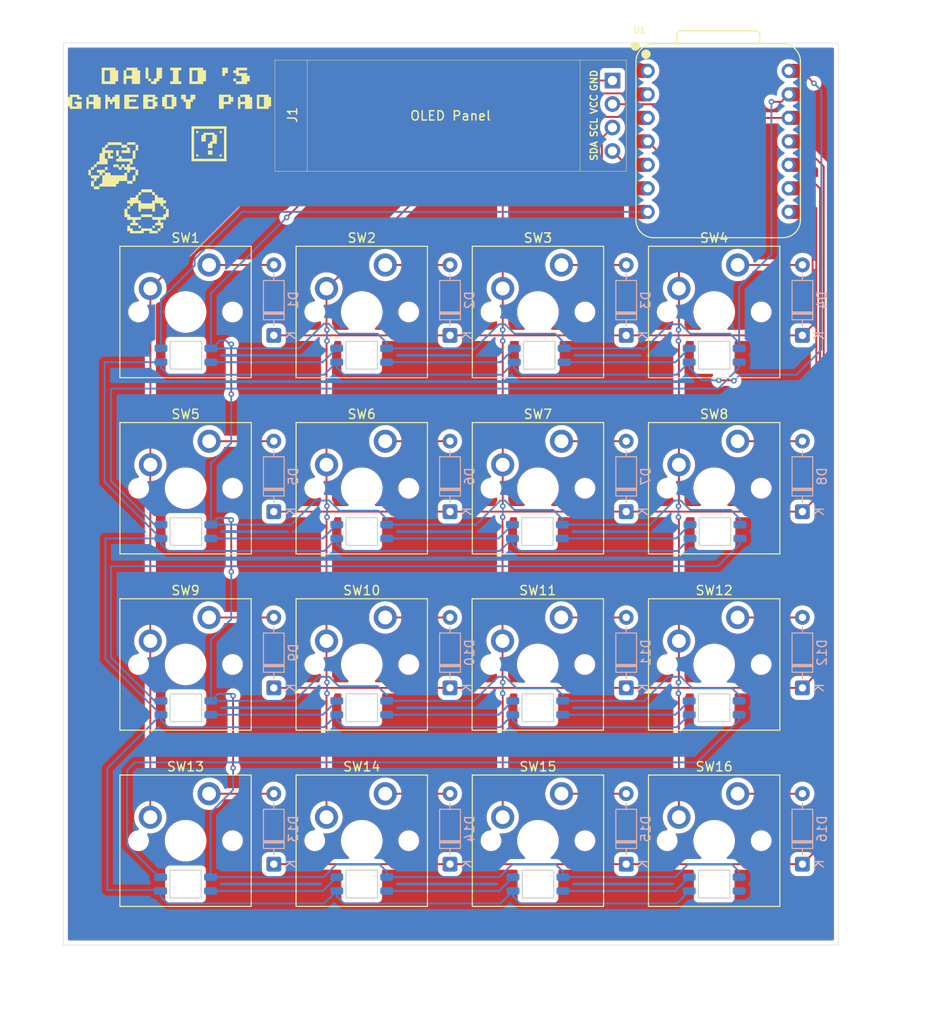
<source format=kicad_pcb>
(kicad_pcb (version 20241229) (generator "pcbnew") (generator_version "9.0")
  (layers (0 "F.Cu" signal) (2 "B.Cu" signal) (13 "F.Paste" user) (15 "B.Paste" user) (5 "F.SilkS" user "F.Silkscreen") (7 "B.SilkS" user "B.Silkscreen") (1 "F.Mask" user) (3 "B.Mask" user) (25 "Edge.Cuts" user))
  (net 0 "")
  (net 1 "Net-(D1-A)")
  (net 2 "ROW0")
  (net 3 "Net-(D2-A)")
  (net 4 "Net-(D3-A)")
  (net 5 "Net-(D4-A)")
  (net 6 "ROW1")
  (net 7 "Net-(D5-A)")
  (net 8 "Net-(D6-A)")
  (net 9 "Net-(D7-A)")
  (net 10 "Net-(D8-A)")
  (net 11 "Net-(D9-A)")
  (net 12 "ROW2")
  (net 13 "Net-(D10-A)")
  (net 14 "Net-(D11-A)")
  (net 15 "Net-(D12-A)")
  (net 16 "ROW3")
  (net 17 "Net-(D13-A)")
  (net 18 "Net-(D14-A)")
  (net 19 "Net-(D15-A)")
  (net 20 "Net-(D16-A)")
  (net 21 "Net-(J1-SCL)")
  (net 22 "GND")
  (net 23 "Net-(J1-SDA)")
  (net 24 "+3.3V")
  (net 25 "LED")
  (net 26 "Net-(LED1-DOUT)")
  (net 27 "+5V")
  (net 28 "Net-(LED2-DOUT)")
  (net 29 "Net-(LED3-DOUT)")
  (net 30 "Net-(LED4-DOUT)")
  (net 31 "Net-(LED5-DOUT)")
  (net 32 "Net-(LED6-DOUT)")
  (net 33 "Net-(LED7-DOUT)")
  (net 34 "Net-(LED8-DOUT)")
  (net 35 "Net-(LED10-DIN)")
  (net 36 "Net-(LED10-DOUT)")
  (net 37 "Net-(LED11-DOUT)")
  (net 38 "Net-(LED12-DOUT)")
  (net 39 "Net-(LED13-DOUT)")
  (net 40 "Net-(LED14-DOUT)")
  (net 41 "Net-(LED15-DOUT)")
  (net 43 "COL0")
  (net 44 "COL1")
  (net 45 "COL2")
  (net 46 "COL3")
  (footprint "Switch_Keyboard_Cherry_MX:SW_Cherry_MX_PCB_1.00u" (layer "F.Cu") (at 166.61 53.32)
    (property "Reference" "SW4")
    (property "Value" "SW_Push")
  )
  (footprint "Switch_Keyboard_Cherry_MX:SW_Cherry_MX_PCB_1.00u" (layer "F.Cu") (at 128.51 53.32)
    (property "Reference" "SW2")
    (property "Value" "SW_Push")
  )
  (footprint "LOGO" (layer "F.Cu") (at 107.7 30.6)
    (property "Reference" "G***" (hide yes))
    (property "Value" "LOGO" (hide yes))
  )
  (footprint "Switch_Keyboard_Cherry_MX:SW_Cherry_MX_PCB_1.00u" (layer "F.Cu") (at 128.51 91.42)
    (property "Reference" "SW10")
    (property "Value" "SW_Push")
  )
  (footprint "Switch_Keyboard_Cherry_MX:SW_Cherry_MX_PCB_1.00u" (layer "F.Cu") (at 109.46 110.47)
    (property "Reference" "SW13")
    (property "Value" "SW_Push")
  )
  (footprint "Seeed Studio XIAO Series Library:XIAO-RP2040-DIP" (layer "F.Cu") (at 167.045 34.88)
    (property "Reference" "U1")
    (property "Value" "XIAO-RP2040-DIP")
  )
  (footprint "Switch_Keyboard_Cherry_MX:SW_Cherry_MX_PCB_1.00u" (layer "F.Cu") (at 166.61 110.47)
    (property "Reference" "SW16")
    (property "Value" "SW_Push")
  )
  (footprint "Switch_Keyboard_Cherry_MX:SW_Cherry_MX_PCB_1.00u" (layer "F.Cu") (at 128.51 72.37)
    (property "Reference" "SW6")
    (property "Value" "SW_Push")
  )
  (footprint "Switch_Keyboard_Cherry_MX:SW_Cherry_MX_PCB_1.00u" (layer "F.Cu") (at 147.56 53.32)
    (property "Reference" "SW3")
    (property "Value" "SW_Push")
  )
  (footprint "Switch_Keyboard_Cherry_MX:SW_Cherry_MX_PCB_1.00u" (layer "F.Cu") (at 128.51 110.47)
    (property "Reference" "SW14")
    (property "Value" "SW_Push")
  )
  (footprint "Switch_Keyboard_Cherry_MX:SW_Cherry_MX_PCB_1.00u" (layer "F.Cu") (at 109.46 53.32)
    (property "Reference" "SW1")
    (property "Value" "SW_Push")
  )
  (footprint "Switch_Keyboard_Cherry_MX:SW_Cherry_MX_PCB_1.00u" (layer "F.Cu") (at 147.56 110.47)
    (property "Reference" "SW15")
    (property "Value" "SW_Push")
  )
  (footprint "Switch_Keyboard_Cherry_MX:SW_Cherry_MX_PCB_1.00u" (layer "F.Cu") (at 109.46 91.42)
    (property "Reference" "SW9")
    (property "Value" "SW_Push")
  )
  (footprint "Switch_Keyboard_Cherry_MX:SW_Cherry_MX_PCB_1.00u" (layer "F.Cu") (at 109.47 72.37)
    (property "Reference" "SW5")
    (property "Value" "SW_Push")
  )
  (footprint "LOGO" (layer "F.Cu") (at 103.462301 39.900001)
    (property "Reference" "G***" (hide yes))
    (property "Value" "LOGO" (hide yes))
  )
  (footprint "LOGO" (layer "F.Cu") (at 112 35.4)
    (property "Reference" "G***" (hide yes))
    (property "Value" "LOGO" (hide yes))
  )
  (footprint "Switch_Keyboard_Cherry_MX:SW_Cherry_MX_PCB_1.00u" (layer "F.Cu") (at 166.61 91.42)
    (property "Reference" "SW12")
    (property "Value" "SW_Push")
  )
  (footprint "KiCad-SSD1306-0.91-OLED-4pin-128x32.pretty-master:SSD1306-0.91-OLED-4pin-128x32" (layer "F.Cu") (at 119.115 26.115)
    (property "Reference" "J1")
    (property "Value" "OLED_128x32")
  )
  (footprint "Switch_Keyboard_Cherry_MX:SW_Cherry_MX_PCB_1.00u" (layer "F.Cu") (at 147.54 91.42)
    (property "Reference" "SW11")
    (property "Value" "SW_Push")
  )
  (footprint "Switch_Keyboard_Cherry_MX:SW_Cherry_MX_PCB_1.00u" (layer "F.Cu") (at 166.61 72.37)
    (property "Reference" "SW8")
    (property "Value" "SW_Push")
  )
  (footprint "Switch_Keyboard_Cherry_MX:SW_Cherry_MX_PCB_1.00u" (layer "F.Cu") (at 147.56 72.37)
    (property "Reference" "SW7")
    (property "Value" "SW_Push")
  )
  (footprint "LOGO" (layer "F.Cu") (at 108.4 27.8)
    (property "Reference" "G***" (hide yes))
    (property "Value" "LOGO" (hide yes))
  )
  (footprint "ScottoKeebs_Components:LED_SK6812MINI" (layer "B.Cu") (at 166.61 96.1)
    (property "Reference" "LED12" (hide yes))
    (property "Value" "SK6812MINI" (hide yes))
    (fp_line (start -1.7 -1.5) (end 1.7 -1.5) (stroke (width 0.12)) (layer "Edge.Cuts"))
    (fp_line (start -1.7 1.5) (end -1.7 -1.5) (stroke (width 0.12)) (layer "Edge.Cuts"))
    (fp_line (start 1.7 -1.5) (end 1.7 1.5) (stroke (width 0.12)) (layer "Edge.Cuts"))
    (fp_line (start 1.7 1.5) (end -1.7 1.5) (stroke (width 0.12)) (layer "Edge.Cuts"))
  )
  (footprint "Diode_THT:D_DO-35_SOD27_P7.62mm_Horizontal" (layer "B.Cu") (at 157.1 113 90)
    (property "Reference" "D15")
    (property "Value" "1N4148")
  )
  (footprint "ScottoKeebs_Components:LED_SK6812MINI" (layer "B.Cu") (at 147.5 77.05)
    (property "Reference" "LED7" (hide yes))
    (property "Value" "SK6812MINI" (hide yes))
    (fp_line (start -1.7 -1.5) (end 1.7 -1.5) (stroke (width 0.12)) (layer "Edge.Cuts"))
    (fp_line (start -1.7 1.5) (end -1.7 -1.5) (stroke (width 0.12)) (layer "Edge.Cuts"))
    (fp_line (start 1.7 -1.5) (end 1.7 1.5) (stroke (width 0.12)) (layer "Edge.Cuts"))
    (fp_line (start 1.7 1.5) (end -1.7 1.5) (stroke (width 0.12)) (layer "Edge.Cuts"))
  )
  (footprint "Diode_THT:D_DO-35_SOD27_P7.62mm_Horizontal" (layer "B.Cu") (at 176.15 55.85 90)
    (property "Reference" "D4")
    (property "Value" "1N4148")
  )
  (footprint "Diode_THT:D_DO-35_SOD27_P7.62mm_Horizontal" (layer "B.Cu") (at 176.15 113 90)
    (property "Reference" "D16")
    (property "Value" "1N4148")
  )
  (footprint "ScottoKeebs_Components:LED_SK6812MINI" (layer "B.Cu") (at 109.5 58)
    (property "Reference" "LED1" (hide yes))
    (property "Value" "SK6812MINI" (hide yes))
    (fp_line (start -1.7 -1.5) (end 1.7 -1.5) (stroke (width 0.12)) (layer "Edge.Cuts"))
    (fp_line (start -1.7 1.5) (end -1.7 -1.5) (stroke (width 0.12)) (layer "Edge.Cuts"))
    (fp_line (start 1.7 -1.5) (end 1.7 1.5) (stroke (width 0.12)) (layer "Edge.Cuts"))
    (fp_line (start 1.7 1.5) (end -1.7 1.5) (stroke (width 0.12)) (layer "Edge.Cuts"))
  )
  (footprint "Diode_THT:D_DO-35_SOD27_P7.62mm_Horizontal" (layer "B.Cu") (at 138.05 74.9 90)
    (property "Reference" "D6")
    (property "Value" "1N4148")
  )
  (footprint "ScottoKeebs_Components:LED_SK6812MINI" (layer "B.Cu") (at 166.61 58)
    (property "Reference" "LED4" (hide yes))
    (property "Value" "SK6812MINI" (hide yes))
    (fp_line (start -1.7 -1.5) (end 1.7 -1.5) (stroke (width 0.12)) (layer "Edge.Cuts"))
    (fp_line (start -1.7 1.5) (end -1.7 -1.5) (stroke (width 0.12)) (layer "Edge.Cuts"))
    (fp_line (start 1.7 -1.5) (end 1.7 1.5) (stroke (width 0.12)) (layer "Edge.Cuts"))
    (fp_line (start 1.7 1.5) (end -1.7 1.5) (stroke (width 0.12)) (layer "Edge.Cuts"))
  )
  (footprint "ScottoKeebs_Components:LED_SK6812MINI" (layer "B.Cu") (at 128.51 77.05)
    (property "Reference" "LED6" (hide yes))
    (property "Value" "SK6812MINI" (hide yes))
    (fp_line (start -1.7 -1.5) (end 1.7 -1.5) (stroke (width 0.12)) (layer "Edge.Cuts"))
    (fp_line (start -1.7 1.5) (end -1.7 -1.5) (stroke (width 0.12)) (layer "Edge.Cuts"))
    (fp_line (start 1.7 -1.5) (end 1.7 1.5) (stroke (width 0.12)) (layer "Edge.Cuts"))
    (fp_line (start 1.7 1.5) (end -1.7 1.5) (stroke (width 0.12)) (layer "Edge.Cuts"))
  )
  (footprint "ScottoKeebs_Components:LED_SK6812MINI" (layer "B.Cu") (at 128.51 115.15)
    (property "Reference" "LED14" (hide yes))
    (property "Value" "SK6812MINI" (hide yes))
    (fp_line (start -1.7 -1.5) (end 1.7 -1.5) (stroke (width 0.12)) (layer "Edge.Cuts"))
    (fp_line (start -1.7 1.5) (end -1.7 -1.5) (stroke (width 0.12)) (layer "Edge.Cuts"))
    (fp_line (start 1.7 -1.5) (end 1.7 1.5) (stroke (width 0.12)) (layer "Edge.Cuts"))
    (fp_line (start 1.7 1.5) (end -1.7 1.5) (stroke (width 0.12)) (layer "Edge.Cuts"))
  )
  (footprint "Diode_THT:D_DO-35_SOD27_P7.62mm_Horizontal" (layer "B.Cu") (at 119 55.85 90)
    (property "Reference" "D1")
    (property "Value" "1N4148")
  )
  (footprint "Diode_THT:D_DO-35_SOD27_P7.62mm_Horizontal" (layer "B.Cu") (at 138.05 113 90)
    (property "Reference" "D14")
    (property "Value" "1N4148")
  )
  (footprint "ScottoKeebs_Components:LED_SK6812MINI" (layer "B.Cu") (at 109.5 77.05)
    (property "Reference" "LED5" (hide yes))
    (property "Value" "SK6812MINI" (hide yes))
    (fp_line (start -1.7 -1.5) (end 1.7 -1.5) (stroke (width 0.12)) (layer "Edge.Cuts"))
    (fp_line (start -1.7 1.5) (end -1.7 -1.5) (stroke (width 0.12)) (layer "Edge.Cuts"))
    (fp_line (start 1.7 -1.5) (end 1.7 1.5) (stroke (width 0.12)) (layer "Edge.Cuts"))
    (fp_line (start 1.7 1.5) (end -1.7 1.5) (stroke (width 0.12)) (layer "Edge.Cuts"))
  )
  (footprint "ScottoKeebs_Components:LED_SK6812MINI" (layer "B.Cu") (at 147.56 115.15)
    (property "Reference" "LED15" (hide yes))
    (property "Value" "SK6812MINI" (hide yes))
    (fp_line (start -1.7 -1.5) (end 1.7 -1.5) (stroke (width 0.12)) (layer "Edge.Cuts"))
    (fp_line (start -1.7 1.5) (end -1.7 -1.5) (stroke (width 0.12)) (layer "Edge.Cuts"))
    (fp_line (start 1.7 -1.5) (end 1.7 1.5) (stroke (width 0.12)) (layer "Edge.Cuts"))
    (fp_line (start 1.7 1.5) (end -1.7 1.5) (stroke (width 0.12)) (layer "Edge.Cuts"))
  )
  (footprint "Diode_THT:D_DO-35_SOD27_P7.62mm_Horizontal" (layer "B.Cu") (at 119 93.95 90)
    (property "Reference" "D9")
    (property "Value" "1N4148")
  )
  (footprint "ScottoKeebs_Components:LED_SK6812MINI" (layer "B.Cu") (at 147.54 96.1)
    (property "Reference" "LED11" (hide yes))
    (property "Value" "SK6812MINI" (hide yes))
    (fp_line (start -1.7 -1.5) (end 1.7 -1.5) (stroke (width 0.12)) (layer "Edge.Cuts"))
    (fp_line (start -1.7 1.5) (end -1.7 -1.5) (stroke (width 0.12)) (layer "Edge.Cuts"))
    (fp_line (start 1.7 -1.5) (end 1.7 1.5) (stroke (width 0.12)) (layer "Edge.Cuts"))
    (fp_line (start 1.7 1.5) (end -1.7 1.5) (stroke (width 0.12)) (layer "Edge.Cuts"))
  )
  (footprint "ScottoKeebs_Components:LED_SK6812MINI" (layer "B.Cu") (at 147.7 58)
    (property "Reference" "LED3" (hide yes))
    (property "Value" "SK6812MINI" (hide yes))
    (fp_line (start -1.7 -1.5) (end 1.7 -1.5) (stroke (width 0.12)) (layer "Edge.Cuts"))
    (fp_line (start -1.7 1.5) (end -1.7 -1.5) (stroke (width 0.12)) (layer "Edge.Cuts"))
    (fp_line (start 1.7 -1.5) (end 1.7 1.5) (stroke (width 0.12)) (layer "Edge.Cuts"))
    (fp_line (start 1.7 1.5) (end -1.7 1.5) (stroke (width 0.12)) (layer "Edge.Cuts"))
  )
  (footprint "Diode_THT:D_DO-35_SOD27_P7.62mm_Horizontal" (layer "B.Cu") (at 138.05 93.95 90)
    (property "Reference" "D10")
    (property "Value" "1N4148")
  )
  (footprint "ScottoKeebs_Components:LED_SK6812MINI" (layer "B.Cu") (at 109.5 96.1)
    (property "Reference" "LED9" (hide yes))
    (property "Value" "SK6812MINI" (hide yes))
    (fp_line (start -1.7 -1.5) (end 1.7 -1.5) (stroke (width 0.12)) (layer "Edge.Cuts"))
    (fp_line (start -1.7 1.5) (end -1.7 -1.5) (stroke (width 0.12)) (layer "Edge.Cuts"))
    (fp_line (start 1.7 -1.5) (end 1.7 1.5) (stroke (width 0.12)) (layer "Edge.Cuts"))
    (fp_line (start 1.7 1.5) (end -1.7 1.5) (stroke (width 0.12)) (layer "Edge.Cuts"))
  )
  (footprint "ScottoKeebs_Components:LED_SK6812MINI" (layer "B.Cu") (at 128.51 96.1)
    (property "Reference" "LED10" (hide yes))
    (property "Value" "SK6812MINI" (hide yes))
    (fp_line (start -1.7 -1.5) (end 1.7 -1.5) (stroke (width 0.12)) (layer "Edge.Cuts"))
    (fp_line (start -1.7 1.5) (end -1.7 -1.5) (stroke (width 0.12)) (layer "Edge.Cuts"))
    (fp_line (start 1.7 -1.5) (end 1.7 1.5) (stroke (width 0.12)) (layer "Edge.Cuts"))
    (fp_line (start 1.7 1.5) (end -1.7 1.5) (stroke (width 0.12)) (layer "Edge.Cuts"))
  )
  (footprint "Diode_THT:D_DO-35_SOD27_P7.62mm_Horizontal" (layer "B.Cu") (at 157.1 93.95 90)
    (property "Reference" "D11")
    (property "Value" "1N4148")
  )
  (footprint "Diode_THT:D_DO-35_SOD27_P7.62mm_Horizontal" (layer "B.Cu") (at 176.15 93.95 90)
    (property "Reference" "D12")
    (property "Value" "1N4148")
  )
  (footprint "ScottoKeebs_Components:LED_SK6812MINI" (layer "B.Cu") (at 128.5 58)
    (property "Reference" "LED2" (hide yes))
    (property "Value" "SK6812MINI" (hide yes))
    (fp_line (start -1.7 -1.5) (end 1.7 -1.5) (stroke (width 0.12)) (layer "Edge.Cuts"))
    (fp_line (start -1.7 1.5) (end -1.7 -1.5) (stroke (width 0.12)) (layer "Edge.Cuts"))
    (fp_line (start 1.7 -1.5) (end 1.7 1.5) (stroke (width 0.12)) (layer "Edge.Cuts"))
    (fp_line (start 1.7 1.5) (end -1.7 1.5) (stroke (width 0.12)) (layer "Edge.Cuts"))
  )
  (footprint "Diode_THT:D_DO-35_SOD27_P7.62mm_Horizontal" (layer "B.Cu") (at 176.15 74.9 90)
    (property "Reference" "D8")
    (property "Value" "1N4148")
  )
  (footprint "Diode_THT:D_DO-35_SOD27_P7.62mm_Horizontal" (layer "B.Cu") (at 138.05 55.85 90)
    (property "Reference" "D2")
    (property "Value" "1N4148")
  )
  (footprint "ScottoKeebs_Components:LED_SK6812MINI" (layer "B.Cu") (at 109.46 115.15)
    (property "Reference" "LED13" (hide yes))
    (property "Value" "SK6812MINI" (hide yes))
    (fp_line (start -1.7 -1.5) (end 1.7 -1.5) (stroke (width 0.12)) (layer "Edge.Cuts"))
    (fp_line (start -1.7 1.5) (end -1.7 -1.5) (stroke (width 0.12)) (layer "Edge.Cuts"))
    (fp_line (start 1.7 -1.5) (end 1.7 1.5) (stroke (width 0.12)) (layer "Edge.Cuts"))
    (fp_line (start 1.7 1.5) (end -1.7 1.5) (stroke (width 0.12)) (layer "Edge.Cuts"))
  )
  (footprint "ScottoKeebs_Components:LED_SK6812MINI" (layer "B.Cu") (at 166.7 77.05)
    (property "Reference" "LED8" (hide yes))
    (property "Value" "SK6812MINI" (hide yes))
    (fp_line (start -1.7 -1.5) (end 1.7 -1.5) (stroke (width 0.12)) (layer "Edge.Cuts"))
    (fp_line (start -1.7 1.5) (end -1.7 -1.5) (stroke (width 0.12)) (layer "Edge.Cuts"))
    (fp_line (start 1.7 -1.5) (end 1.7 1.5) (stroke (width 0.12)) (layer "Edge.Cuts"))
    (fp_line (start 1.7 1.5) (end -1.7 1.5) (stroke (width 0.12)) (layer "Edge.Cuts"))
  )
  (footprint "Diode_THT:D_DO-35_SOD27_P7.62mm_Horizontal" (layer "B.Cu") (at 119 74.9 90)
    (property "Reference" "D5")
    (property "Value" "1N4148")
  )
  (footprint "Diode_THT:D_DO-35_SOD27_P7.62mm_Horizontal" (layer "B.Cu") (at 119 113 90)
    (property "Reference" "D13")
    (property "Value" "1N4148")
  )
  (footprint "Diode_THT:D_DO-35_SOD27_P7.62mm_Horizontal" (layer "B.Cu") (at 157.1 55.85 90)
    (property "Reference" "D3")
    (property "Value" "1N4148")
  )
  (footprint "Diode_THT:D_DO-35_SOD27_P7.62mm_Horizontal" (layer "B.Cu") (at 157.1 74.9 90)
    (property "Reference" "D7")
    (property "Value" "1N4148")
  )
  (footprint "ScottoKeebs_Components:LED_SK6812MINI" (layer "B.Cu") (at 166.61 115.15)
    (property "Reference" "LED16" (hide yes))
    (property "Value" "SK6812MINI" (hide yes))
    (fp_line (start -1.7 -1.5) (end 1.7 -1.5) (stroke (width 0.12)) (layer "Edge.Cuts"))
    (fp_line (start -1.7 1.5) (end -1.7 -1.5) (stroke (width 0.12)) (layer "Edge.Cuts"))
    (fp_line (start 1.7 -1.5) (end 1.7 1.5) (stroke (width 0.12)) (layer "Edge.Cuts"))
    (fp_line (start 1.7 1.5) (end -1.7 1.5) (stroke (width 0.12)) (layer "Edge.Cuts"))
  )
  (gr_rect (start 96.25 24.25) (end 180.05 121.75) (stroke (width 0.05)) (fill no) (layer "Edge.Cuts"))
  (segment (start 112 48.24) (end 118.99 48.24) (width 0.2) (layer "F.Cu") (net 1))
  (segment (start 118.99 48.24) (end 119 48.23) (width 0.2) (layer "F.Cu") (net 1))
  (segment (start 176.15 55.85) (end 177.251 54.749) (width 0.2) (layer "F.Cu") (net 2))
  (segment (start 138.05 55.85) (end 157.1 55.85) (width 0.2) (layer "F.Cu") (net 2))
  (segment (start 119 55.85) (end 138.05 55.85) (width 0.2) (layer "F.Cu") (net 2))
  (segment (start 157.1 55.85) (end 176.15 55.85) (width 0.2) (layer "F.Cu") (net 2))
  (segment (start 177.251 44.251) (end 175.5 42.5) (width 0.2) (layer "F.Cu") (net 2))
  (segment (start 177.251 54.749) (end 177.251 44.251) (width 0.2) (layer "F.Cu") (net 2))
  (segment (start 138.04 48.24) (end 138.05 48.23) (width 0.2) (layer "F.Cu") (net 3))
  (segment (start 131.05 48.24) (end 138.04 48.24) (width 0.2) (layer "F.Cu") (net 3))
  (segment (start 150.1 48.24) (end 157.09 48.24) (width 0.2) (layer "F.Cu") (net 4))
  (segment (start 157.09 48.24) (end 157.1 48.23) (width 0.2) (layer "F.Cu") (net 4))
  (segment (start 176.14 48.24) (end 176.15 48.23) (width 0.2) (layer "F.Cu") (net 5))
  (segment (start 169.15 48.24) (end 176.14 48.24) (width 0.2) (layer "F.Cu") (net 5))
  (segment (start 119 74.9) (end 138.05 74.9) (width 0.2) (layer "F.Cu") (net 6))
  (segment (start 138.05 74.9) (end 157.1 74.9) (width 0.2) (layer "F.Cu") (net 6))
  (segment (start 177.652 73.398) (end 177.652 42.112) (width 0.2) (layer "F.Cu") (net 6))
  (segment (start 177.652 42.112) (end 175.5 39.96) (width 0.2) (layer "F.Cu") (net 6))
  (segment (start 176.15 74.9) (end 177.652 73.398) (width 0.2) (layer "F.Cu") (net 6))
  (segment (start 157.1 74.9) (end 176.15 74.9) (width 0.2) (layer "F.Cu") (net 6))
  (segment (start 112.01 67.29) (end 118.99 67.29) (width 0.2) (layer "F.Cu") (net 7))
  (segment (start 118.99 67.29) (end 119 67.28) (width 0.2) (layer "F.Cu") (net 7))
  (segment (start 138.04 67.29) (end 138.05 67.28) (width 0.2) (layer "F.Cu") (net 8))
  (segment (start 131.05 67.29) (end 138.04 67.29) (width 0.2) (layer "F.Cu") (net 8))
  (segment (start 157.09 67.29) (end 157.1 67.28) (width 0.2) (layer "F.Cu") (net 9))
  (segment (start 150.1 67.29) (end 157.09 67.29) (width 0.2) (layer "F.Cu") (net 9))
  (segment (start 176.14 67.29) (end 176.15 67.28) (width 0.2) (layer "F.Cu") (net 10))
  (segment (start 169.15 67.29) (end 176.14 67.29) (width 0.2) (layer "F.Cu") (net 10))
  (segment (start 112 86.34) (end 118.99 86.34) (width 0.2) (layer "F.Cu") (net 11))
  (segment (start 118.99 86.34) (end 119 86.33) (width 0.2) (layer "F.Cu") (net 11))
  (segment (start 176.15 93.95) (end 178.053 92.047) (width 0.2) (layer "F.Cu") (net 12))
  (segment (start 157.1 93.95) (end 176.15 93.95) (width 0.2) (layer "F.Cu") (net 12))
  (segment (start 178.053 39.973) (end 175.5 37.42) (width 0.2) (layer "F.Cu") (net 12))
  (segment (start 119 93.95) (end 138.05 93.95) (width 0.2) (layer "F.Cu") (net 12))
  (segment (start 178.053 92.047) (end 178.053 39.973) (width 0.2) (layer "F.Cu") (net 12))
  (segment (start 138.05 93.95) (end 157.1 93.95) (width 0.2) (layer "F.Cu") (net 12))
  (segment (start 131.05 86.34) (end 138.04 86.34) (width 0.2) (layer "F.Cu") (net 13))
  (segment (start 138.04 86.34) (end 138.05 86.33) (width 0.2) (layer "F.Cu") (net 13))
  (segment (start 157.09 86.34) (end 157.1 86.33) (width 0.2) (layer "F.Cu") (net 14))
  (segment (start 150.08 86.34) (end 157.09 86.34) (width 0.2) (layer "F.Cu") (net 14))
  (segment (start 169.15 86.34) (end 176.14 86.34) (width 0.2) (layer "F.Cu") (net 15))
  (segment (start 176.14 86.34) (end 176.15 86.33) (width 0.2) (layer "F.Cu") (net 15))
  (segment (start 178.454 110.696) (end 178.454 37.59137) (width 0.2) (layer "F.Cu") (net 16))
  (segment (start 119 113) (end 138.05 113) (width 0.2) (layer "F.Cu") (net 16))
  (segment (start 138.05 113) (end 157.1 113) (width 0.2) (layer "F.Cu") (net 16))
  (segment (start 178.454 37.59137) (end 175.74263 34.88) (width 0.2) (layer "F.Cu") (net 16))
  (segment (start 157.1 113) (end 176.15 113) (width 0.2) (layer "F.Cu") (net 16))
  (segment (start 175.74263 34.88) (end 174.665 34.88) (width 0.2) (layer "F.Cu") (net 16))
  (segment (start 176.15 113) (end 178.454 110.696) (width 0.2) (layer "F.Cu") (net 16))
  (segment (start 112 105.39) (end 118.99 105.39) (width 0.2) (layer "F.Cu") (net 17))
  (segment (start 118.99 105.39) (end 119 105.38) (width 0.2) (layer "F.Cu") (net 17))
  (segment (start 138.04 105.39) (end 138.05 105.38) (width 0.2) (layer "F.Cu") (net 18))
  (segment (start 131.05 105.39) (end 138.04 105.39) (width 0.2) (layer "F.Cu") (net 18))
  (segment (start 150.1 105.39) (end 157.09 105.39) (width 0.2) (layer "F.Cu") (net 19))
  (segment (start 157.09 105.39) (end 157.1 105.38) (width 0.2) (layer "F.Cu") (net 19))
  (segment (start 169.15 105.39) (end 176.14 105.39) (width 0.2) (layer "F.Cu") (net 20))
  (segment (start 176.14 105.39) (end 176.15 105.38) (width 0.2) (layer "F.Cu") (net 20))
  (segment (start 154.464 34.536) (end 154.464 37.05) (width 0.2) (layer "F.Cu") (net 21))
  (segment (start 157.374 39.96) (end 159.425 39.96) (width 0.2) (layer "F.Cu") (net 21))
  (segment (start 155.615 33.385) (end 154.464 34.536) (width 0.2) (layer "F.Cu") (net 21))
  (segment (start 154.464 37.05) (end 157.374 39.96) (width 0.2) (layer "F.Cu") (net 21))
  (segment (start 120.4 43.1) (end 135.195 28.305) (width 0.2) (layer "F.Cu") (net 22))
  (segment (start 114.4 62.2) (end 114.4 56.8) (width 0.2) (layer "F.Cu") (net 22))
  (segment (start 114.6 102.6) (end 114.6 94.8) (width 0.2) (layer "F.Cu") (net 22))
  (segment (start 172.8 30.6) (end 173.865 30.6) (width 0.2) (layer "F.Cu") (net 22))
  (segment (start 114.4 81.4) (end 114.4 75.8) (width 0.2) (layer "F.Cu") (net 22))
  (segment (start 135.195 28.305) (end 155.615 28.305) (width 0.2) (layer "F.Cu") (net 22))
  (segment (start 173.865 30.6) (end 174.665 29.8) (width 0.2) (layer "F.Cu") (net 22))
  (via (at 114.4 75.8) (size 0.6) (drill 0.3) (layers "F.Cu" "B.Cu") (net 22))
  (via (at 114.4 56.8) (size 0.6) (drill 0.3) (layers "F.Cu" "B.Cu") (net 22))
  (via (at 172.8 30.6) (size 0.6) (drill 0.3) (layers "F.Cu" "B.Cu") (net 22))
  (via (at 114.6 102.6) (size 0.6) (drill 0.3) (layers "F.Cu" "B.Cu") (net 22))
  (via (at 114.4 81.4) (size 0.6) (drill 0.3) (layers "F.Cu" "B.Cu") (net 22))
  (via (at 114.6 94.8) (size 0.6) (drill 0.3) (layers "F.Cu" "B.Cu") (net 22))
  (via (at 114.4 62.2) (size 0.6) (drill 0.3) (layers "F.Cu" "B.Cu") (net 22))
  (via (at 120.4 43.1) (size 0.6) (drill 0.3) (layers "F.Cu" "B.Cu") (net 22))
  (segment (start 130.220942 55.671) (end 126.020943 55.671) (width 0.2) (layer "B.Cu") (net 22))
  (segment (start 123.851 92.749) (end 121.2 95.4) (width 0.2) (layer "B.Cu") (net 22))
  (segment (start 145.020943 74.721) (end 143.998943 73.699) (width 0.2) (layer "B.Cu") (net 22))
  (segment (start 121.75 57.25) (end 112.2 57.25) (width 0.2) (layer "B.Cu") (net 22))
  (segment (start 112.2 95.35) (end 112.2 88.733446) (width 0.2) (layer "B.Cu") (net 22))
  (segment (start 150.26 113.800058) (end 149.508942 113.049) (width 0.2) (layer "B.Cu") (net 22))
  (segment (start 168.558942 93.999) (end 164.248943 93.999) (width 0.2) (layer "B.Cu") (net 22))
  (segment (start 143.998943 54.649) (end 143.351 54.649) (width 0.2) (layer "B.Cu") (net 22))
  (segment (start 150.4 57.25) (end 150.4 56.650058) (width 0.2) (layer "B.Cu") (net 22))
  (segment (start 144.751 113.049) (end 143.4 114.4) (width 0.2) (layer "B.Cu") (net 22))
  (segment (start 159.5 76.3) (end 150.2 76.3) (width 0.2) (layer "B.Cu") (net 22))
  (segment (start 120.8 76.4) (end 120.7 76.3) (width 0.2) (layer "B.Cu") (net 22))
  (segment (start 169.4 75.700058) (end 168.420942 74.721) (width 0.2) (layer "B.Cu") (net 22))
  (segment (start 112.2 88.733446) (end 114.4 86.533446) (width 0.2) (layer "B.Cu") (net 22))
  (segment (start 124.949943 54.6) (end 124.4 54.6) (width 0.2) (layer "B.Cu") (net 22))
  (segment (start 159.6 76.4) (end 159.5 76.3) (width 0.2) (layer "B.Cu") (net 22))
  (segment (start 169.31 114.4) (end 169.31 113.800058) (width 0.2) (layer "B.Cu") (net 22))
  (segment (start 162.4 114.4) (end 150.26 114.4) (width 0.2) (layer "B.Cu") (net 22))
  (segment (start 114.4 56.8) (end 114.2 56.8) (width 0.2) (layer "B.Cu") (net 22))
  (segment (start 163.751 113.049) (end 162.4 114.4) (width 0.2) (layer "B.Cu") (net 22))
  (segment (start 130.230942 93.771) (end 126.020943 93.771) (width 0.2) (layer "B.Cu") (net 22))
  (segment (start 126.099943 74.8) (end 124.998943 73.699) (width 0.2) (layer "B.Cu") (net 22))
  (segment (start 114.2 56.8) (end 113.8 56.4) (width 0.2) (layer "B.Cu") (net 22))
  (segment (start 169.31 57.25) (end 169.31 50.593446) (width 0.2) (layer "B.Cu") (net 22))
  (segment (start 114.4 67.473446) (end 114.4 62.2) (width 0.2) (layer "B.Cu") (net 22))
  (segment (start 114.6 94.8) (end 114.4 94.6) (width 0.2) (layer "B.Cu") (net 22))
  (segment (start 158.85 57.25) (end 150.4 57.25) (width 0.2) (layer "B.Cu") (net 22))
  (segment (start 145.020943 55.671) (end 143.998943 54.649) (width 0.2) (layer "B.Cu") (net 22))
  (segment (start 114.6 104.983446) (end 114.6 102.6) (width 0.2) (layer "B.Cu") (net 22))
  (segment (start 112.9 75.6) (end 112.2 76.3) (width 0.2) (layer "B.Cu") (net 22))
  (segment (start 145.248943 93.999) (end 143.998943 92.749) (width 0.2) (layer "B.Cu") (net 22))
  (segment (start 114.4 86.533446) (end 114.4 81.4) (width 0.2) (layer "B.Cu") (net 22))
  (segment (start 169.31 113.800058) (end 168.558942 113.049) (width 0.2) (layer "B.Cu") (net 22))
  (segment (start 140.45 57.25) (end 131.2 57.25) (width 0.2) (layer "B.Cu") (net 22))
  (segment (start 140.6 95.4) (end 140.55 95.35) (width 0.2) (layer "B.Cu") (net 22))
  (segment (start 150.2 75.700058) (end 149.220942 74.721) (width 0.2) (layer "B.Cu") (net 22))
  (segment (start 150.2 76.3) (end 150.2 75.700058) (width 0.2) (layer "B.Cu") (net 22))
  (segment (start 124.998943 92.749) (end 123.851 92.749) (width 0.2) (layer "B.Cu") (net 22))
  (segment (start 169.31 50.593446) (end 172.8 47.103446) (width 0.2) (layer "B.Cu") (net 22))
  (segment (start 162.998943 92.749) (end 161.651 92.749) (width 0.2) (layer "B.Cu") (net 22))
  (segment (start 114.4 94.6) (end 112.95 94.6) (width 0.2) (layer "B.Cu") (net 22))
  (segment (start 169.31 95.35) (end 169.31 94.750058) (width 0.2) (layer "B.Cu") (net 22))
  (segment (start 131.2 57.25) (end 131.2 56.650058) (width 0.2) (layer "B.Cu") (net 22))
  (segment (start 168.330942 55.671) (end 164.020943 55.671) (width 0.2) (layer "B.Cu") (net 22))
  (segment (start 143.998943 73.699) (end 143.501 73.699) (width 0.2) (layer "B.Cu") (net 22))
  (segment (start 121.2 95.4) (end 121.15 95.35) (width 0.2) (layer "B.Cu") (net 22))
  (segment (start 112.16 107.423446) (end 114.6 104.983446) (width 0.2) (layer "B.Cu") (net 22))
  (segment (start 131.21 75.700058) (end 130.309942 74.8) (width 0.2) (layer "B.Cu") (net 22))
  (segment (start 140.55 95.35) (end 131.21 95.35) (width 0.2) (layer "B.Cu") (net 22))
  (segment (start 131.2 56.650058) (end 130.220942 55.671) (width 0.2) (layer "B.Cu") (net 22))
  (segment (start 150.24 95.35) (end 150.24 94.750058) (width 0.2) (layer "B.Cu") (net 22))
  (segment (start 140.6 57.4) (end 140.45 57.25) (width 0.2) (layer "B.Cu") (net 22))
  (segment (start 126.020943 55.671) (end 124.949943 54.6) (width 0.2) (layer "B.Cu") (net 22))
  (segment (start 161.651 92.749) (end 159.05 95.35) (width 0.2) (layer "B.Cu") (net 22))
  (segment (start 112.2 51.3) (end 120.4 43.1) (width 0.2) (layer "B.Cu") (net 22))
  (segment (start 114.4 75.8) (end 114.2 75.6) (width 0.2) (layer "B.Cu") (net 22))
  (segment (start 112.2 76.3) (end 112.2 69.673446) (width 0.2) (layer "B.Cu") (net 22))
  (segment (start 143.351 54.649) (end 140.6 57.4) (width 0.2) (layer "B.Cu") (net 22))
  (segment (start 169.31 94.750058) (end 168.558942 93.999) (width 0.2) (layer "B.Cu") (net 22))
  (segment (start 131.21 113.800058) (end 130.458942 113.049) (width 0.2) (layer "B.Cu") (net 22))
  (segment (start 123.501 73.699) (end 120.8 76.4) (width 0.2) (layer "B.Cu") (net 22))
  (segment (start 168.558942 113.049) (end 163.751 113.049) (width 0.2) (layer "B.Cu") (net 22))
  (segment (start 150.4 56.650058) (end 149.420942 55.671) (width 0.2) (layer "B.Cu") (net 22))
  (segment (start 121.15 95.35) (end 112.2 95.35) (width 0.2) (layer "B.Cu") (net 22))
  (segment (start 131.21 76.3) (end 131.21 75.700058) (width 0.2) (layer "B.Cu") (net 22))
  (segment (start 143.501 73.699) (end 140.8 76.4) (width 0.2) (layer "B.Cu") (net 22))
  (segment (start 164.020943 55.671) (end 162.998943 54.649) (width 0.2) (layer "B.Cu") (net 22))
  (segment (start 143.998943 92.749) (end 143.251 92.749) (width 0.2) (layer "B.Cu") (net 22))
  (segment (start 131.21 94.750058) (end 130.230942 93.771) (width 0.2) (layer "B.Cu") (net 22))
  (segment (start 112.95 94.6) (end 112.2 95.35) (width 0.2) (layer "B.Cu") (net 22))
  (segment (start 114.2 75.6) (end 112.9 75.6) (width 0.2) (layer "B.Cu") (net 22))
  (segment (start 131.21 114.4) (end 131.21 113.800058) (width 0.2) (layer "B.Cu") (net 22))
  (segment (start 124.998943 73.699) (end 123.501 73.699) (width 0.2) (layer "B.Cu") (net 22))
  (segment (start 172.8 47.103446) (end 172.8 30.6) (width 0.2) (layer "B.Cu") (net 22))
  (segment (start 112.16 114.4) (end 112.16 107.423446) (width 0.2) (layer "B.Cu") (net 22))
  (segment (start 131.21 95.35) (end 131.21 94.750058) (width 0.2) (layer "B.Cu") (net 22))
  (segment (start 159.05 95.35) (end 150.24 95.35) (width 0.2) (layer "B.Cu") (net 22))
  (segment (start 124.4 114.388726) (end 124.4 114.4) (width 0.2) (layer "B.Cu") (net 22))
  (segment (start 124.4 54.6) (end 121.75 57.25) (width 0.2) (layer "B.Cu") (net 22))
  (segment (start 159 57.4) (end 158.85 57.25) (width 0.2) (layer "B.Cu") (net 22))
  (segment (start 149.220942 74.721) (end 145.020943 74.721) (width 0.2) (layer "B.Cu") (net 22))
  (segment (start 162.301 73.699) (end 159.6 76.4) (width 0.2) (layer "B.Cu") (net 22))
  (segment (start 140.7 76.3) (end 131.21 76.3) (width 0.2) (layer "B.Cu") (net 22))
  (segment (start 149.488942 93.999) (end 145.248943 93.999) (width 0.2) (layer "B.Cu") (net 22))
  (segment (start 169.4 76.3) (end 169.4 75.700058) (width 0.2) (layer "B.Cu") (net 22))
  (segment (start 112.35 57.25) (end 112.2 57.25) (width 0.2) (layer "B.Cu") (net 22))
  (segment (start 150.26 114.4) (end 150.26 113.800058) (width 0.2) (layer "B.Cu") (net 22))
  (segment (start 169.31 56.650058) (end 168.330942 55.671) (width 0.2) (layer "B.Cu") (net 22))
  (segment (start 120.7 76.3) (end 112.2 76.3) (width 0.2) (layer "B.Cu") (net 22))
  (segment (start 113.8 56.4) (end 113.2 56.4) (width 0.2) (layer "B.Cu") (net 22))
  (segment (start 168.420942 74.721) (end 164.020943 74.721) (width 0.2) (layer "B.Cu") (net 22))
  (segment (start 130.458942 113.049) (end 125.739726 113.049) (width 0.2) (layer "B.Cu") (net 22))
  (segment (start 112.2 57.25) (end 112.2 51.3) (width 0.2) (layer "B.Cu") (net 22))
  (segment (start 149.508942 113.049) (end 144.751 113.049) (width 0.2) (layer "B.Cu") (net 22))
  (segment (start 112.2 69.673446) (end 114.4 67.473446) (width 0.2) (layer "B.Cu") (net 22))
  (segment (start 149.420942 55.671) (end 145.020943 55.671) (width 0.2) (layer "B.Cu") (net 22))
  (segment (start 164.248943 93.999) (end 162.998943 92.749) (width 0.2) (layer "B.Cu") (net 22))
  (segment (start 143.251 92.749) (end 140.6 95.4) (width 0.2) (layer "B.Cu") (net 22))
  (segment (start 162.998943 54.649) (end 161.751 54.649) (width 0.2) (layer "B.Cu") (net 22))
  (segment (start 164.020943 74.721) (end 162.998943 73.699) (width 0.2) (layer "B.Cu") (net 22))
  (segment (start 113.2 56.4) (end 112.35 57.25) (width 0.2) (layer "B.Cu") (net 22))
  (segment (start 143.4 114.4) (end 131.21 114.4) (width 0.2) (layer "B.Cu") (net 22))
  (segment (start 140.8 76.4) (end 140.7 76.3) (width 0.2) (layer "B.Cu") (net 22))
  (segment (start 124.4 114.4) (end 112.16 114.4) (width 0.2) (layer "B.Cu") (net 22))
  (segment (start 126.020943 93.771) (end 124.998943 92.749) (width 0.2) (layer "B.Cu") (net 22))
  (segment (start 125.739726 113.049) (end 124.4 114.388726) (width 0.2) (layer "B.Cu") (net 22))
  (segment (start 169.31 57.25) (end 169.31 56.650058) (width 0.2) (layer "B.Cu") (net 22))
  (segment (start 130.309942 74.8) (end 126.099943 74.8) (width 0.2) (layer "B.Cu") (net 22))
  (segment (start 161.751 54.649) (end 159 57.4) (width 0.2) (layer "B.Cu") (net 22))
  (segment (start 162.998943 73.699) (end 162.301 73.699) (width 0.2) (layer "B.Cu") (net 22))
  (segment (start 150.24 94.750058) (end 149.488942 93.999) (width 0.2) (layer "B.Cu") (net 22))
  (segment (start 155.615 35.925) (end 157.11 37.42) (width 0.2) (layer "F.Cu") (net 23))
  (segment (start 157.11 37.42) (end 159.425 37.42) (width 0.2) (layer "F.Cu") (net 23))
  (segment (start 174.665 32.34) (end 166.00831 32.34) (width 0.2) (layer "F.Cu") (net 24))
  (segment (start 155.633 30.863) (end 155.615 30.845) (width 0.2) (layer "F.Cu") (net 24))
  (segment (start 166.00831 32.34) (end 164.53131 30.863) (width 0.2) (layer "F.Cu") (net 24))
  (segment (start 164.53131 30.863) (end 155.633 30.863) (width 0.2) (layer "F.Cu") (net 24))
  (segment (start 115.546554 42.5) (end 159.425 42.5) (width 0.2) (layer "B.Cu") (net 25))
  (segment (start 106.8 57.25) (end 106.8 51.95) (width 0.2) (layer "B.Cu") (net 25))
  (segment (start 110.449 48.301) (end 110.449 47.597554) (width 0.2) (layer "B.Cu") (net 25))
  (segment (start 106.8 51.95) (end 110.449 48.301) (width 0.2) (layer "B.Cu") (net 25))
  (segment (start 110.449 47.597554) (end 115.546554 42.5) (width 0.2) (layer "B.Cu") (net 25))
  (segment (start 124.3 58.75) (end 125.8 57.25) (width 0.2) (layer "B.Cu") (net 26))
  (segment (start 112.2 58.75) (end 124.3 58.75) (width 0.2) (layer "B.Cu") (net 26))
  (segment (start 168.705706 60.705706) (end 168.754236 60.754236) (width 0.2) (layer "F.Cu") (net 27))
  (segment (start 177.4 28.6) (end 176.06 27.26) (width 0.2) (layer "F.Cu") (net 27))
  (segment (start 167.105706 60.705706) (end 168.705706 60.705706) (width 0.2) (layer "F.Cu") (net 27))
  (segment (start 176.06 27.26) (end 174.665 27.26) (width 0.2) (layer "F.Cu") (net 27))
  (via (at 167.105706 60.705706) (size 0.6) (drill 0.3) (layers "F.Cu" "B.Cu") (net 27))
  (via (at 168.754236 60.754236) (size 0.6) (drill 0.3) (layers "F.Cu" "B.Cu") (net 27))
  (via (at 177.4 28.6) (size 0.6) (drill 0.3) (layers "F.Cu" "B.Cu") (net 27))
  (segment (start 143.449 79.151) (end 126.561058 79.151) (width 0.2) (layer "B.Cu") (net 27))
  (segment (start 125.81 96.85) (end 124.459 98.201) (width 0.2) (layer "B.Cu") (net 27))
  (segment (start 107.551058 79.151) (end 106.8 78.399942) (width 0.2) (layer "B.Cu") (net 27))
  (segment (start 126.561058 79.151) (end 125.81 78.399942) (width 0.2) (layer "B.Cu") (net 27))
  (segment (start 145.751058 60.101) (end 145 59.349942) (width 0.2) (layer "B.Cu") (net 27))
  (segment (start 125.8 59.349942) (end 125.8 58.75) (width 0.2) (layer "B.Cu") (net 27))
  (segment (start 143.489 98.201) (end 126.561058 98.201) (width 0.2) (layer "B.Cu") (net 27))
  (segment (start 126.551058 60.101) (end 125.8 59.349942) (width 0.2) (layer "B.Cu") (net 27))
  (segment (start 101 115.8) (end 101 102.65) (width 0.2) (layer "B.Cu") (net 27))
  (segment (start 106.8 96.85) (end 100.8 90.85) (width 0.2) (layer "B.Cu") (net 27))
  (segment (start 178.2 29.6) (end 178.2 29.4) (width 0.2) (layer "B.Cu") (net 27))
  (segment (start 175.499 60.101) (end 178.2 57.4) (width 0.2) (layer "B.Cu") (net 27))
  (segment (start 124.459 98.201) (end 107.551058 98.201) (width 0.2) (layer "B.Cu") (net 27))
  (segment (start 162.559 98.201) (end 145.591058 98.201) (width 0.2) (layer "B.Cu") (net 27))
  (segment (start 124.459 79.151) (end 107.551058 79.151) (width 0.2) (layer "B.Cu") (net 27))
  (segment (start 163.91 59.349942) (end 165.265764 60.705706) (width 0.2) (layer "B.Cu") (net 27))
  (segment (start 107.551058 60.101) (end 106.8 59.349942) (width 0.2) (layer "B.Cu") (net 27))
  (segment (start 169.407472 60.101) (end 175.499 60.101) (width 0.2) (layer "B.Cu") (net 27))
  (segment (start 126.561058 117.251) (end 125.81 116.499942) (width 0.2) (layer "B.Cu") (net 27))
  (segment (start 162.559 60.101) (end 145.751058 60.101) (width 0.2) (layer "B.Cu") (net 27))
  (segment (start 145 58.75) (end 143.649 60.101) (width 0.2) (layer "B.Cu") (net 27))
  (segment (start 100.8 90.85) (end 100.8 77.8) (width 0.2) (layer "B.Cu") (net 27))
  (segment (start 126.561058 98.201) (end 125.81 97.449942) (width 0.2) (layer "B.Cu") (net 27))
  (segment (start 144.84 97.449942) (end 144.84 96.85) (width 0.2) (layer "B.Cu") (net 27))
  (segment (start 164 77.8) (end 162.649 79.151) (width 0.2) (layer "B.Cu") (net 27))
  (segment (start 124.449 60.101) (end 107.551058 60.101) (width 0.2) (layer "B.Cu") (net 27))
  (segment (start 163.91 115.9) (end 162.559 117.251) (width 0.2) (layer "B.Cu") (net 27))
  (segment (start 124.459 117.251) (end 107.511058 117.251) (width 0.2) (layer "B.Cu") (net 27))
  (segment (start 106.8 59.349942) (end 106.8 58.75) (width 0.2) (layer "B.Cu") (net 27))
  (segment (start 100.7 71.7) (end 100.7 58.75) (width 0.2) (layer "B.Cu") (net 27))
  (segment (start 144.84 96.85) (end 143.489 98.201) (width 0.2) (layer "B.Cu") (net 27))
  (segment (start 125.81 77.8) (end 124.459 79.151) (width 0.2) (layer "B.Cu") (net 27))
  (segment (start 106.76 116.499942) (end 106.76 115.9) (width 0.2) (layer "B.Cu") (net 27))
  (segment (start 107.511058 117.251) (end 106.76 116.499942) (width 0.2) (layer "B.Cu") (net 27))
  (segment (start 100.8 77.8) (end 106.8 77.8) (width 0.2) (layer "B.Cu") (net 27))
  (segment (start 143.509 117.251) (end 126.561058 117.251) (width 0.2) (layer "B.Cu") (net 27))
  (segment (start 145.611058 117.251) (end 144.86 116.499942) (width 0.2) (layer "B.Cu") (net 27))
  (segment (start 144.8 78.399942) (end 144.8 77.8) (width 0.2) (layer "B.Cu") (net 27))
  (segment (start 101 102.65) (end 106.8 96.85) (width 0.2) (layer "B.Cu") (net 27))
  (segment (start 125.81 78.399942) (end 125.81 77.8) (width 0.2) (layer "B.Cu") (net 27))
  (segment (start 106.8 78.399942) (end 106.8 77.8) (width 0.2) (layer "B.Cu") (net 27))
  (segment (start 125.81 115.9) (end 124.459 117.251) (width 0.2) (layer "B.Cu") (net 27))
  (segment (start 106.8 97.449942) (end 106.8 96.85) (width 0.2) (layer "B.Cu") (net 27))
  (segment (start 163.91 58.75) (end 163.91 59.349942) (width 0.2) (layer "B.Cu") (net 27))
  (segment (start 144.86 116.499942) (end 144.86 115.9) (width 0.2) (layer "B.Cu") (net 27))
  (segment (start 163.91 96.85) (end 162.559 98.201) (width 0.2) (layer "B.Cu") (net 27))
  (segment (start 162.649 79.151) (end 145.551058 79.151) (width 0.2) (layer "B.Cu") (net 27))
  (segment (start 162.559 117.251) (end 145.611058 117.251) (width 0.2) (layer "B.Cu") (net 27))
  (segment (start 145.591058 98.201) (end 144.84 97.449942) (width 0.2) (layer "B.Cu") (net 27))
  (segment (start 125.8 58.75) (end 124.449 60.101) (width 0.2) (layer "B.Cu") (net 27))
  (segment (start 107.551058 98.201) (end 106.8 97.449942) (width 0.2) (layer "B.Cu") (net 27))
  (segment (start 106.8 77.8) (end 100.7 71.7) (width 0.2) (layer "B.Cu") (net 27))
  (segment (start 145.551058 79.151) (end 144.8 78.399942) (width 0.2) (layer "B.Cu") (net 27))
  (segment (start 178.2 57.4) (end 178.2 29.6) (width 0.2) (layer "B.Cu") (net 27))
  (segment (start 100.7 58.75) (end 106.8 58.75) (width 0.2) (layer "B.Cu") (net 27))
  (segment (start 168.754236 60.754236) (end 169.407472 60.101) (width 0.2) (layer "B.Cu") (net 27))
  (segment (start 125.81 116.499942) (end 125.81 115.9) (width 0.2) (layer "B.Cu") (net 27))
  (segment (start 143.649 60.101) (end 126.551058 60.101) (width 0.2) (layer "B.Cu") (net 27))
  (segment (start 178.2 29.4) (end 177.4 28.6) (width 0.2) (layer "B.Cu") (net 27))
  (segment (start 165.265764 60.705706) (end 167.105706 60.705706) (width 0.2) (layer "B.Cu") (net 27))
  (segment (start 125.81 97.449942) (end 125.81 96.85) (width 0.2) (layer "B.Cu") (net 27))
  (segment (start 145 59.349942) (end 145 58.75) (width 0.2) (layer "B.Cu") (net 27))
  (segment (start 144.86 115.9) (end 143.509 117.251) (width 0.2) (layer "B.Cu") (net 27))
  (segment (start 106.66 115.8) (end 101 115.8) (width 0.2) (layer "B.Cu") (net 27))
  (segment (start 144.8 77.8) (end 143.449 79.151) (width 0.2) (layer "B.Cu") (net 27))
  (segment (start 163.91 58.75) (end 162.559 60.101) (width 0.2) (layer "B.Cu") (net 27))
  (segment (start 131.2 58.75) (end 143.5 58.75) (width 0.2) (layer "B.Cu") (net 28))
  (segment (start 143.5 58.75) (end 145 57.25) (width 0.2) (layer "B.Cu") (net 28))
  (segment (start 162.41 58.75) (end 163.91 57.25) (width 0.2) (layer "B.Cu") (net 29))
  (segment (start 150.4 58.75) (end 162.41 58.75) (width 0.2) (layer "B.Cu") (net 29))
  (segment (start 106.1 76.3) (end 101.4 71.6) (width 0.2) (layer "B.Cu") (net 30))
  (segment (start 101.4 61.6) (end 167.059942 61.6) (width 0.2) (layer "B.Cu") (net 30))
  (segment (start 106.8 76.3) (end 106.1 76.3) (width 0.2) (layer "B.Cu") (net 30))
  (segment (start 167.059942 61.6) (end 169.31 59.349942) (width 0.2) (layer "B.Cu") (net 30))
  (segment (start 169.2 58.86) (end 169.31 58.75) (width 0.2) (layer "B.Cu") (net 30))
  (segment (start 101.4 71.6) (end 101.4 61.6) (width 0.2) (layer "B.Cu") (net 30))
  (segment (start 169.31 59.349942) (end 169.31 58.75) (width 0.2) (layer "B.Cu") (net 30))
  (segment (start 112.2 77.8) (end 124.31 77.8) (width 0.2) (layer "B.Cu") (net 31))
  (segment (start 124.31 77.8) (end 125.81 76.3) (width 0.2) (layer "B.Cu") (net 31))
  (segment (start 131.21 77.8) (end 143.3 77.8) (width 0.2) (layer "B.Cu") (net 32))
  (segment (start 143.3 77.8) (end 144.8 76.3) (width 0.2) (layer "B.Cu") (net 32))
  (segment (start 162.5 77.8) (end 164 76.3) (width 0.2) (layer "B.Cu") (net 33))
  (segment (start 150.2 77.8) (end 162.5 77.8) (width 0.2) (layer "B.Cu") (net 33))
  (segment (start 166.999942 80.8) (end 169.4 78.399942) (width 0.2) (layer "B.Cu") (net 34))
  (segment (start 169.4 78.399942) (end 169.4 77.8) (width 0.2) (layer "B.Cu") (net 34))
  (segment (start 106.1 95.35) (end 101.4 90.65) (width 0.2) (layer "B.Cu") (net 34))
  (segment (start 101.4 80.8) (end 166.999942 80.8) (width 0.2) (layer "B.Cu") (net 34))
  (segment (start 106.8 95.35) (end 106.1 95.35) (width 0.2) (layer "B.Cu") (net 34))
  (segment (start 101.4 90.65) (end 101.4 80.8) (width 0.2) (layer "B.Cu") (net 34))
  (segment (start 124.31 96.85) (end 125.81 95.35) (width 0.2) (layer "B.Cu") (net 35))
  (segment (start 112.2 96.85) (end 124.31 96.85) (width 0.2) (layer "B.Cu") (net 35))
  (segment (start 131.21 96.85) (end 143.34 96.85) (width 0.2) (layer "B.Cu") (net 36))
  (segment (start 143.34 96.85) (end 144.84 95.35) (width 0.2) (layer "B.Cu") (net 36))
  (segment (start 150.24 96.85) (end 162.41 96.85) (width 0.2) (layer "B.Cu") (net 37))
  (segment (start 162.41 96.85) (end 163.91 95.35) (width 0.2) (layer "B.Cu") (net 37))
  (segment (start 106.576174 114.4) (end 103.154 110.977826) (width 0.2) (layer "B.Cu") (net 38))
  (segment (start 106.76 114.4) (end 106.576174 114.4) (width 0.2) (layer "B.Cu") (net 38))
  (segment (start 169.31 97.449942) (end 169.31 96.85) (width 0.2) (layer "B.Cu") (net 38))
  (segment (start 103.154 110.977826) (end 103.154 102.846) (width 0.2) (layer "B.Cu") (net 38))
  (segment (start 104 102) (end 164.759942 102) (width 0.2) (layer "B.Cu") (net 38))
  (segment (start 103.154 102.846) (end 104 102) (width 0.2) (layer "B.Cu") (net 38))
  (segment (start 164.759942 102) (end 169.31 97.449942) (width 0.2) (layer "B.Cu") (net 38))
  (segment (start 124.31 115.9) (end 125.81 114.4) (width 0.2) (layer "B.Cu") (net 39))
  (segment (start 112.16 115.9) (end 124.31 115.9) (width 0.2) (layer "B.Cu") (net 39))
  (segment (start 143.36 115.9) (end 144.86 114.4) (width 0.2) (layer "B.Cu") (net 40))
  (segment (start 131.21 115.9) (end 143.36 115.9) (width 0.2) (layer "B.Cu") (net 40))
  (segment (start 150.26 115.9) (end 162.41 115.9) (width 0.2) (layer "B.Cu") (net 41))
  (segment (start 162.41 115.9) (end 163.91 114.4) (width 0.2) (layer "B.Cu") (net 41))
  (segment (start 158.663001 26.498001) (end 159.425 27.26) (width 0.2) (layer "F.Cu") (net 43))
  (segment (start 105.65 107.93) (end 105.65 88.88) (width 0.2) (layer "F.Cu") (net 43))
  (segment (start 105.66 69.83) (end 105.66 50.79) (width 0.2) (layer "F.Cu") (net 43))
  (segment (start 105.65 69.84) (end 105.66 69.83) (width 0.2) (layer "F.Cu") (net 43))
  (segment (start 105.65 50.78) (end 129.932 26.498) (width 0.2) (layer "F.Cu") (net 43))
  (segment (start 105.65 88.88) (end 105.65 69.84) (width 0.2) (layer "F.Cu") (net 43))
  (segment (start 105.66 50.79) (end 105.65 50.78) (width 0.2) (layer "F.Cu") (net 43))
  (segment (start 129.932 26.498) (end 158.663001 26.498001) (width 0.2) (layer "F.Cu") (net 43))
  (segment (start 124.7 56.5) (end 124.75 56.45) (width 0.2) (layer "F.Cu") (net 44))
  (segment (start 124.7 94.6) (end 124.75 94.55) (width 0.2) (layer "F.Cu") (net 44))
  (segment (start 124.75 93.35) (end 124.7 93.3) (width 0.2) (layer "F.Cu") (net 44))
  (segment (start 124.7 55.2) (end 124.7 50.78) (width 0.2) (layer "F.Cu") (net 44))
  (segment (start 124.75 74.3) (end 124.7 74.25) (width 0.2) (layer "F.Cu") (net 44))
  (segment (start 124.7 88.88) (end 124.7 75.55) (width 0.2) (layer "F.Cu") (net 44))
  (segment (start 124.7 107.93) (end 124.75 107.88) (width 0.2) (layer "F.Cu") (net 44))
  (segment (start 124.75 55.25) (end 124.7 55.2) (width 0.2) (layer "F.Cu") (net 44))
  (segment (start 124.7 75.55) (end 124.75 75.5) (width 0.2) (layer "F.Cu") (net 44))
  (segment (start 124.7 107.93) (end 124.7 94.6) (width 0.2) (layer "F.Cu") (net 44))
  (segment (start 124.7 69.83) (end 124.7 56.5) (width 0.2) (layer "F.Cu") (net 44))
  (segment (start 124.7 88.88) (end 124.5 88.68) (width 0.2) (layer "F.Cu") (net 44))
  (segment (start 124.7 50.78) (end 145.786 29.694) (width 0.2) (layer "F.Cu") (net 44))
  (segment (start 124.7 74.25) (end 124.7 69.83) (width 0.2) (layer "F.Cu") (net 44))
  (segment (start 159.319 29.694) (end 159.425 29.8) (width 0.2) (layer "F.Cu") (net 44))
  (segment (start 124.7 93.3) (end 124.7 88.88) (width 0.2) (layer "F.Cu") (net 44))
  (segment (start 145.786 29.694) (end 159.319 29.694) (width 0.2) (layer "F.Cu") (net 44))
  (via (at 124.75 74.3) (size 0.6) (drill 0.3) (layers "F.Cu" "B.Cu") (net 44))
  (via (at 124.75 55.25) (size 0.6) (drill 0.3) (layers "F.Cu" "B.Cu") (net 44))
  (via (at 124.75 93.35) (size 0.6) (drill 0.3) (layers "F.Cu" "B.Cu") (net 44))
  (via (at 124.75 94.55) (size 0.6) (drill 0.3) (layers "F.Cu" "B.Cu") (net 44))
  (via (at 124.75 75.5) (size 0.6) (drill 0.3) (layers "F.Cu" "B.Cu") (net 44))
  (via (at 124.75 56.45) (size 0.6) (drill 0.3) (layers "F.Cu" "B.Cu") (net 44))
  (segment (start 124.75 56.45) (end 124.75 55.25) (width 0.2) (layer "B.Cu") (net 44))
  (segment (start 159.125 29.5) (end 159.425 29.8) (width 0.2) (layer "B.Cu") (net 44))
  (segment (start 124.75 94.55) (end 124.75 93.35) (width 0.2) (layer "B.Cu") (net 44))
  (segment (start 124.75 75.5) (end 124.75 74.3) (width 0.2) (layer "B.Cu") (net 44))
  (segment (start 143.75 69.83) (end 143.75 56.45) (width 0.2) (layer "F.Cu") (net 45))
  (segment (start 143.75 74.3) (end 143.75 69.83) (width 0.2) (layer "F.Cu") (net 45))
  (segment (start 143.75 107.93) (end 143.75 94.55) (width 0.2) (layer "F.Cu") (net 45))
  (segment (start 143.75 92.75) (end 143.73 92.73) (width 0.2) (layer "F.Cu") (net 45))
  (segment (start 152.516 32.234) (end 159.319 32.234) (width 0.2) (layer "F.Cu") (net 45))
  (segment (start 143.75 41) (end 152.516 32.234) (width 0.2) (layer "F.Cu") (net 45))
  (segment (start 143.73 88.88) (end 143.73 75.52) (width 0.2) (layer "F.Cu") (net 45))
  (segment (start 143.73 92.73) (end 143.73 88.88) (width 0.2) (layer "F.Cu") (net 45))
  (segment (start 143.75 55.25) (end 143.75 50.78) (width 0.2) (layer "F.Cu") (net 45))
  (segment (start 143.75 93.35) (end 143.75 92.75) (width 0.2) (layer "F.Cu") (net 45))
  (segment (start 143.75 50.78) (end 143.75 41) (width 0.2) (layer "F.Cu") (net 45))
  (segment (start 143.73 75.52) (end 143.75 75.5) (width 0.2) (layer "F.Cu") (net 45))
  (segment (start 159.319 32.234) (end 159.425 32.34) (width 0.2) (layer "F.Cu") (net 45))
  (via (at 143.75 74.3) (size 0.6) (drill 0.3) (layers "F.Cu" "B.Cu") (net 45))
  (via (at 143.75 75.5) (size 0.6) (drill 0.3) (layers "F.Cu" "B.Cu") (net 45))
  (via (at 143.75 94.55) (size 0.6) (drill 0.3) (layers "F.Cu" "B.Cu") (net 45))
  (via (at 143.75 93.35) (size 0.6) (drill 0.3) (layers "F.Cu" "B.Cu") (net 45))
  (via (at 143.75 56.45) (size 0.6) (drill 0.3) (layers "F.Cu" "B.Cu") (net 45))
  (via (at 143.75 55.25) (size 0.6) (drill 0.3) (layers "F.Cu" "B.Cu") (net 45))
  (segment (start 143.75 75.5) (end 143.75 74.3) (width 0.2) (layer "B.Cu") (net 45))
  (segment (start 159.319 32.234) (end 159.425 32.34) (width 0.2) (layer "B.Cu") (net 45))
  (segment (start 143.75 56.45) (end 143.75 55.25) (width 0.2) (layer "B.Cu") (net 45))
  (segment (start 143.75 94.55) (end 143.75 93.35) (width 0.2) (layer "B.Cu") (net 45))
  (segment (start 162.8 55.2) (end 162.8 50.78) (width 0.2) (layer "F.Cu") (net 46))
  (segment (start 162.8 75.55) (end 162.75 75.5) (width 0.2) (layer "F.Cu") (net 46))
  (segment (start 162.8 88.88) (end 162.8 75.55) (width 0.2) (layer "F.Cu") (net 46))
  (segment (start 162.75 55.25) (end 162.8 55.2) (width 0.2) (layer "F.Cu") (net 46))
  (segment (start 162.75 93.35) (end 162.8 93.3) (width 0.2) (layer "F.Cu") (net 46))
  (segment (start 162.8 93.3) (end 162.8 88.88) (width 0.2) (layer "F.Cu") (net 46))
  (segment (start 162.8 94.6) (end 162.75 94.55) (width 0.2) (layer "F.Cu") (net 46))
  (segment (start 162.8 50.78) (end 162.8 38.255) (width 0.2) (layer "F.Cu") (net 46))
  (segment (start 162.8 107.93) (end 162.8 94.6) (width 0.2) (layer "F.Cu") (net 46))
  (segment (start 162.8 38.255) (end 159.425 34.88) (width 0.2) (layer "F.Cu") (net 46))
  (segment (start 162.8 56.5) (end 162.75 56.45) (width 0.2) (layer "F.Cu") (net 46))
  (segment (start 162.75 74.3) (end 162.8 74.25) (width 0.2) (layer "F.Cu") (net 46))
  (segment (start 162.8 69.83) (end 162.8 56.5) (width 0.2) (layer "F.Cu") (net 46))
  (segment (start 162.8 74.25) (end 162.8 69.83) (width 0.2) (layer "F.Cu") (net 46))
  (via (at 162.75 94.55) (size 0.6) (drill 0.3) (layers "F.Cu" "B.Cu") (net 46))
  (via (at 162.75 55.25) (size 0.6) (drill 0.3) (layers "F.Cu" "B.Cu") (net 46))
  (via (at 162.75 74.3) (size 0.6) (drill 0.3) (layers "F.Cu" "B.Cu") (net 46))
  (via (at 162.75 75.5) (size 0.6) (drill 0.3) (layers "F.Cu" "B.Cu") (net 46))
  (via (at 162.75 56.45) (size 0.6) (drill 0.3) (layers "F.Cu" "B.Cu") (net 46))
  (via (at 162.75 93.35) (size 0.6) (drill 0.3) (layers "F.Cu" "B.Cu") (net 46))
  (segment (start 162.75 56.45) (end 162.75 55.25) (width 0.2) (layer "B.Cu") (net 46))
  (segment (start 162.75 94.55) (end 162.75 93.35) (width 0.2) (layer "B.Cu") (net 46))
  (segment (start 162.75 75.5) (end 162.75 74.3) (width 0.2) (layer "B.Cu") (net 46))
  (zone (net 0) (net_name "") (layers "F.Cu" "B.Cu") (connect_pads (clearance 0.5)) (min_thickness 0.25) (fill yes (thermal_gap 0.5) (thermal_bridge_width 0.5) (island_removal_mode 1) (island_area_min 10))
    (polygon (pts (xy 90.7 19.6) (xy 190.6 20.1) (xy 189.9 129.6) (xy 89.4 130.3)))
  )
)
</source>
